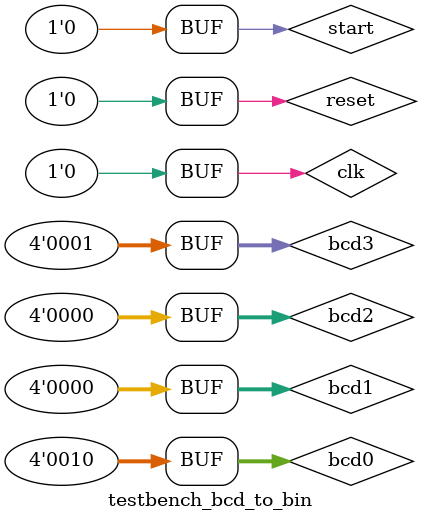
<source format=v>
`timescale 1ns / 1ps

module testbench_bcd_to_bin();

    localparam T=20;
    reg clk, reset, start;
    reg [3:0] bcd3, bcd2, bcd1, bcd0;
    wire ready, done_tick;
    wire [9:0] bin;
    
    always
        begin
            clk = 1'b1;
            #(T/2);
            clk = 1'b0;
            #(T/2);
        end
    
    bcd_to_binary uut (
        .clk(clk), .reset(reset),
        .start(start),
        .bcd3(bcd3), .bcd2(bcd2), .bcd1(bcd1), .bcd0(bcd0),
        .ready(ready), .done_tick(done_tick),
        .bin(bin)
    );
    
    
    initial
    begin
        reset=1'b1;
        #T;
        reset=1'b0;
        bcd3=4'd1;
        bcd2=4'd0;
        bcd1=4'd0;
        bcd0=4'd2;
        start=1'b1;
        #T;
        start=1'b0;    
    end
    
    
    

endmodule

</source>
